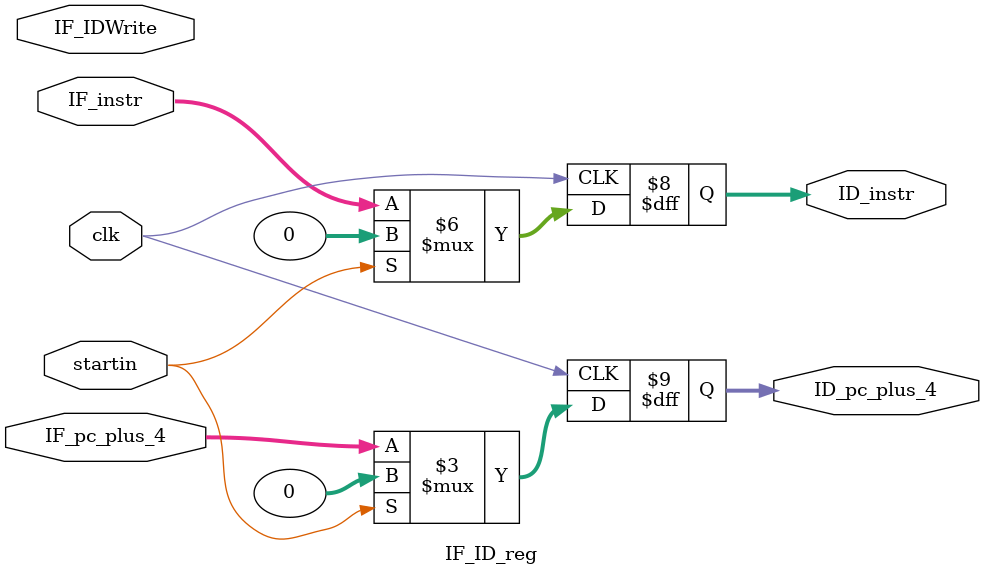
<source format=v>
module IF_ID_reg (
    input clk,
    input startin,
    input IF_IDWrite,
    input [31:0] IF_instr,
    input [31:0] IF_pc_plus_4,
    output reg [31:0] ID_instr,
    output reg [31:0] ID_pc_plus_4
);

  always @(posedge clk) begin
    if (startin) begin
      ID_instr <= 32'b0;
      ID_pc_plus_4 <= 32'b0;
    end else begin
      ID_instr <= IF_instr;
      ID_pc_plus_4 <= IF_pc_plus_4;
    end
  end
endmodule

</source>
